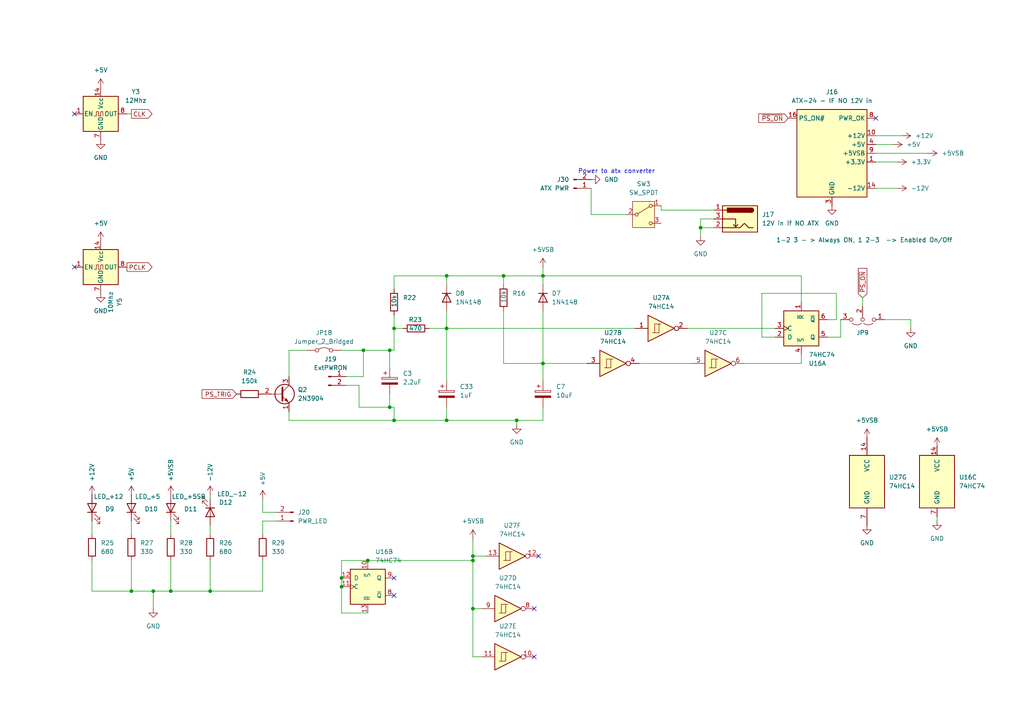
<source format=kicad_sch>
(kicad_sch (version 20250114) (generator "eeschema") (generator_version "9.0")
  (paper "A4")
  (lib_symbols
    (symbol "74xx:74HC14" (pin_names (offset 1.016))
      (property "Reference" "U" (at 0 1.27 0))
      (property "Value" "74HC14" (at 0 -1.27 0))
      (symbol "74HC14_1_0"
        (polyline (pts (xy -3.81 3.81) (xy -3.81 -3.81) (xy 3.81 0) (xy -3.81 3.81)) (stroke (width 0.254)) (fill (type background)))
        (pin input line (at -7.62 0 0) (length 3.81) (name "~") (number "1"))
        (pin output inverted (at 7.62 0 180) (length 3.81) (name "~") (number "2"))
      )
      (symbol "74HC14_1_1"
        (polyline (pts (xy -2.54 -1.27) (xy -0.635 -1.27) (xy -0.635 1.27) (xy 0 1.27)))
        (polyline (pts (xy -1.905 -1.27) (xy -1.905 1.27) (xy -0.635 1.27)))
      )
      (symbol "74HC14_2_0"
        (polyline (pts (xy -3.81 3.81) (xy -3.81 -3.81) (xy 3.81 0) (xy -3.81 3.81)) (stroke (width 0.254)) (fill (type background)))
        (pin input line (at -7.62 0 0) (length 3.81) (name "~") (number "3"))
        (pin output inverted (at 7.62 0 180) (length 3.81) (name "~") (number "4"))
      )
      (symbol "74HC14_2_1"
        (polyline (pts (xy -2.54 -1.27) (xy -0.635 -1.27) (xy -0.635 1.27) (xy 0 1.27)))
        (polyline (pts (xy -1.905 -1.27) (xy -1.905 1.27) (xy -0.635 1.27)))
      )
      (symbol "74HC14_3_0"
        (polyline (pts (xy -3.81 3.81) (xy -3.81 -3.81) (xy 3.81 0) (xy -3.81 3.81)) (stroke (width 0.254)) (fill (type background)))
        (pin input line (at -7.62 0 0) (length 3.81) (name "~") (number "5"))
        (pin output inverted (at 7.62 0 180) (length 3.81) (name "~") (number "6"))
      )
      (symbol "74HC14_3_1"
        (polyline (pts (xy -2.54 -1.27) (xy -0.635 -1.27) (xy -0.635 1.27) (xy 0 1.27)))
        (polyline (pts (xy -1.905 -1.27) (xy -1.905 1.27) (xy -0.635 1.27)))
      )
      (symbol "74HC14_4_0"
        (polyline (pts (xy -3.81 3.81) (xy -3.81 -3.81) (xy 3.81 0) (xy -3.81 3.81)) (stroke (width 0.254)) (fill (type background)))
        (pin input line (at -7.62 0 0) (length 3.81) (name "~") (number "9"))
        (pin output inverted (at 7.62 0 180) (length 3.81) (name "~") (number "8"))
      )
      (symbol "74HC14_4_1"
        (polyline (pts (xy -2.54 -1.27) (xy -0.635 -1.27) (xy -0.635 1.27) (xy 0 1.27)))
        (polyline (pts (xy -1.905 -1.27) (xy -1.905 1.27) (xy -0.635 1.27)))
      )
      (symbol "74HC14_5_0"
        (polyline (pts (xy -3.81 3.81) (xy -3.81 -3.81) (xy 3.81 0) (xy -3.81 3.81)) (stroke (width 0.254)) (fill (type background)))
        (pin input line (at -7.62 0 0) (length 3.81) (name "~") (number "11"))
        (pin output inverted (at 7.62 0 180) (length 3.81) (name "~") (number "10"))
      )
      (symbol "74HC14_5_1"
        (polyline (pts (xy -2.54 -1.27) (xy -0.635 -1.27) (xy -0.635 1.27) (xy 0 1.27)))
        (polyline (pts (xy -1.905 -1.27) (xy -1.905 1.27) (xy -0.635 1.27)))
      )
      (symbol "74HC14_6_0"
        (polyline (pts (xy -3.81 3.81) (xy -3.81 -3.81) (xy 3.81 0) (xy -3.81 3.81)) (stroke (width 0.254)) (fill (type background)))
        (pin input line (at -7.62 0 0) (length 3.81) (name "~") (number "13"))
        (pin output inverted (at 7.62 0 180) (length 3.81) (name "~") (number "12"))
      )
      (symbol "74HC14_6_1"
        (polyline (pts (xy -2.54 -1.27) (xy -0.635 -1.27) (xy -0.635 1.27) (xy 0 1.27)))
        (polyline (pts (xy -1.905 -1.27) (xy -1.905 1.27) (xy -0.635 1.27)))
      )
      (symbol "74HC14_7_0"
        (pin power_in line (at 0 12.7 270) (length 5.08) (name "VCC") (number "14"))
        (pin power_in line (at 0 -12.7 90) (length 5.08) (name "GND") (number "7"))
      )
      (symbol "74HC14_7_1"
        (rectangle (start -5.08 7.62) (end 5.08 -7.62) (stroke (width 0.254)) (fill (type background)))
      )
    )
    (symbol "74xx:74HC74" (pin_names (offset 1.016))
      (property "Reference" "U" (at -7.62 8.89 0))
      (property "Value" "74HC74" (at -7.62 -8.89 0))
      (symbol "74HC74_1_0"
        (pin input line (at -7.62 2.54 0) (length 2.54) (name "D") (number "2"))
        (pin input clock (at -7.62 0 0) (length 2.54) (name "C") (number "3"))
        (pin input line (at 0 7.62 270) (length 2.54) (name "~{S}") (number "4"))
        (pin input line (at 0 -7.62 90) (length 2.54) (name "~{R}") (number "1"))
        (pin output line (at 7.62 2.54 180) (length 2.54) (name "Q") (number "5"))
        (pin output line (at 7.62 -2.54 180) (length 2.54) (name "~{Q}") (number "6"))
      )
      (symbol "74HC74_1_1"
        (rectangle (start -5.08 5.08) (end 5.08 -5.08) (stroke (width 0.254)) (fill (type background)))
      )
      (symbol "74HC74_2_0"
        (pin input line (at -7.62 2.54 0) (length 2.54) (name "D") (number "12"))
        (pin input clock (at -7.62 0 0) (length 2.54) (name "C") (number "11"))
        (pin input line (at 0 7.62 270) (length 2.54) (name "~{S}") (number "10"))
        (pin input line (at 0 -7.62 90) (length 2.54) (name "~{R}") (number "13"))
        (pin output line (at 7.62 2.54 180) (length 2.54) (name "Q") (number "9"))
        (pin output line (at 7.62 -2.54 180) (length 2.54) (name "~{Q}") (number "8"))
      )
      (symbol "74HC74_2_1"
        (rectangle (start -5.08 5.08) (end 5.08 -5.08) (stroke (width 0.254)) (fill (type background)))
      )
      (symbol "74HC74_3_0"
        (pin power_in line (at 0 10.16 270) (length 2.54) (name "VCC") (number "14"))
        (pin power_in line (at 0 -10.16 90) (length 2.54) (name "GND") (number "7"))
      )
      (symbol "74HC74_3_1"
        (rectangle (start -5.08 7.62) (end 5.08 -7.62) (stroke (width 0.254)) (fill (type background)))
      )
    )
    (symbol "Connector:ATX-24"
      (property "Reference" "J" (at -8.89 13.97 0))
      (property "Value" "ATX-24" (at 6.35 13.97 0))
      (symbol "ATX-24_0_1"
        (rectangle (start -10.16 12.7) (end 10.16 -12.7) (stroke (width 0.254)) (fill (type background)))
      )
      (symbol "ATX-24_1_1"
        (pin open_collector line (at -12.7 10.16 0) (length 2.54) (name "PS_ON#") (number "16"))
        (pin no_connect line (at -10.16 0 0) (length 2.54) (hide yes) (name "NC") (number "20"))
        (pin passive line (at 0 -15.24 90) (length 2.54) (hide yes) (name "GND") (number "15"))
        (pin passive line (at 0 -15.24 90) (length 2.54) (hide yes) (name "GND") (number "17"))
        (pin passive line (at 0 -15.24 90) (length 2.54) (hide yes) (name "GND") (number "18"))
        (pin passive line (at 0 -15.24 90) (length 2.54) (hide yes) (name "GND") (number "19"))
        (pin passive line (at 0 -15.24 90) (length 2.54) (hide yes) (name "GND") (number "24"))
        (pin power_out line (at 0 -15.24 90) (length 2.54) (name "GND") (number "3"))
        (pin passive line (at 0 -15.24 90) (length 2.54) (hide yes) (name "GND") (number "5"))
        (pin passive line (at 0 -15.24 90) (length 2.54) (hide yes) (name "GND") (number "7"))
        (pin output line (at 12.7 10.16 180) (length 2.54) (name "PWR_OK") (number "8"))
        (pin power_out line (at 12.7 5.08 180) (length 2.54) (name "+12V") (number "10"))
        (pin passive line (at 12.7 5.08 180) (length 2.54) (hide yes) (name "+12V") (number "11"))
        (pin passive line (at 12.7 2.54 180) (length 2.54) (hide yes) (name "+5V") (number "21"))
        (pin passive line (at 12.7 2.54 180) (length 2.54) (hide yes) (name "+5V") (number "22"))
        (pin passive line (at 12.7 2.54 180) (length 2.54) (hide yes) (name "+5V") (number "23"))
        (pin power_out line (at 12.7 2.54 180) (length 2.54) (name "+5V") (number "4"))
        (pin passive line (at 12.7 2.54 180) (length 2.54) (hide yes) (name "+5V") (number "6"))
        (pin power_out line (at 12.7 0 180) (length 2.54) (name "+5VSB") (number "9"))
        (pin power_out line (at 12.7 -2.54 180) (length 2.54) (name "+3.3V") (number "1"))
        (pin passive line (at 12.7 -2.54 180) (length 2.54) (hide yes) (name "+3.3V") (number "12"))
        (pin passive line (at 12.7 -2.54 180) (length 2.54) (hide yes) (name "+3.3V") (number "13"))
        (pin passive line (at 12.7 -2.54 180) (length 2.54) (hide yes) (name "+3.3V") (number "2"))
        (pin power_out line (at 12.7 -10.16 180) (length 2.54) (name "-12V") (number "14"))
      )
    )
    (symbol "Connector:Barrel_Jack_Switch" (pin_names (hide yes))
      (property "Reference" "J" (at 0 5.334 0))
      (property "Value" "Barrel_Jack_Switch" (at 0 -5.08 0))
      (symbol "Barrel_Jack_Switch_0_1"
        (rectangle (start -5.08 3.81) (end 5.08 -3.81) (stroke (width 0.254)) (fill (type background)))
        (polyline (pts (xy -3.81 -2.54) (xy -2.54 -2.54) (xy -1.27 -1.27) (xy 0 -2.54) (xy 2.54 -2.54) (xy 5.08 -2.54)) (stroke (width 0.254)))
        (arc (start -3.302 1.905) (mid -3.9343 2.54) (end -3.302 3.175) (stroke (width 0.254)))
        (arc (start -3.302 1.905) (mid -3.9343 2.54) (end -3.302 3.175) (stroke (width 0.254)) (fill (type outline)))
        (polyline (pts (xy 1.27 -2.286) (xy 1.905 -1.651)) (stroke (width 0.254)))
        (rectangle (start 3.683 3.175) (end -3.302 1.905) (stroke (width 0.254)) (fill (type outline)))
        (polyline (pts (xy 5.08 2.54) (xy 3.81 2.54)) (stroke (width 0.254)))
        (polyline (pts (xy 5.08 0) (xy 1.27 0) (xy 1.27 -2.286) (xy 0.635 -1.651)) (stroke (width 0.254)))
      )
      (symbol "Barrel_Jack_Switch_1_1"
        (pin passive line (at 7.62 2.54 180) (length 2.54) (name "~") (number "1"))
        (pin passive line (at 7.62 0 180) (length 2.54) (name "~") (number "3"))
        (pin passive line (at 7.62 -2.54 180) (length 2.54) (name "~") (number "2"))
      )
    )
    (symbol "Connector:Conn_01x02_Pin" (pin_names (offset 1.016) (hide yes))
      (property "Reference" "J" (at 0 2.54 0))
      (property "Value" "Conn_01x02_Pin" (at 0 -5.08 0))
      (symbol "Conn_01x02_Pin_1_1"
        (rectangle (start 0.8636 0.127) (end 0 -0.127) (stroke (width 0.1524)) (fill (type outline)))
        (rectangle (start 0.8636 -2.413) (end 0 -2.667) (stroke (width 0.1524)) (fill (type outline)))
        (polyline (pts (xy 1.27 0) (xy 0.8636 0)) (stroke (width 0.1524)))
        (polyline (pts (xy 1.27 -2.54) (xy 0.8636 -2.54)) (stroke (width 0.1524)))
        (pin passive line (at 5.08 0 180) (length 3.81) (name "Pin_1") (number "1"))
        (pin passive line (at 5.08 -2.54 180) (length 3.81) (name "Pin_2") (number "2"))
      )
    )
    (symbol "Device:C_Polarized" (pin_numbers (hide yes)) (pin_names (offset 0.254))
      (property "Reference" "C" (at 0.635 2.54 0))
      (property "Value" "C_Polarized" (at 0.635 -2.54 0))
      (symbol "C_Polarized_0_1"
        (rectangle (start -2.286 0.508) (end 2.286 1.016))
        (polyline (pts (xy -1.778 2.286) (xy -0.762 2.286)))
        (polyline (pts (xy -1.27 2.794) (xy -1.27 1.778)))
        (rectangle (start 2.286 -0.508) (end -2.286 -1.016) (fill (type outline)))
      )
      (symbol "C_Polarized_1_1"
        (pin passive line (at 0 3.81 270) (length 2.794) (name "~") (number "1"))
        (pin passive line (at 0 -3.81 90) (length 2.794) (name "~") (number "2"))
      )
    )
    (symbol "Device:LED" (pin_numbers (hide yes)) (pin_names (offset 1.016) (hide yes))
      (property "Reference" "D" (at 0 2.54 0))
      (property "Value" "LED" (at 0 -2.54 0))
      (symbol "LED_0_1"
        (polyline (pts (xy -3.048 -0.762) (xy -4.572 -2.286) (xy -3.81 -2.286) (xy -4.572 -2.286) (xy -4.572 -1.524)))
        (polyline (pts (xy -1.778 -0.762) (xy -3.302 -2.286) (xy -2.54 -2.286) (xy -3.302 -2.286) (xy -3.302 -1.524)))
        (polyline (pts (xy -1.27 0) (xy 1.27 0)))
        (polyline (pts (xy -1.27 -1.27) (xy -1.27 1.27)) (stroke (width 0.254)))
        (polyline (pts (xy 1.27 -1.27) (xy 1.27 1.27) (xy -1.27 0) (xy 1.27 -1.27)) (stroke (width 0.254)))
      )
      (symbol "LED_1_1"
        (pin passive line (at -3.81 0 0) (length 2.54) (name "K") (number "1"))
        (pin passive line (at 3.81 0 180) (length 2.54) (name "A") (number "2"))
      )
    )
    (symbol "Device:R" (pin_numbers (hide yes)) (pin_names (offset 0))
      (property "Reference" "R" (at 2.032 0 90))
      (property "Value" "R" (at 0 0 90))
      (symbol "R_0_1"
        (rectangle (start -1.016 -2.54) (end 1.016 2.54) (stroke (width 0.254)))
      )
      (symbol "R_1_1"
        (pin passive line (at 0 3.81 270) (length 1.27) (name "~") (number "1"))
        (pin passive line (at 0 -3.81 90) (length 1.27) (name "~") (number "2"))
      )
    )
    (symbol "Diode:1N4148" (pin_numbers (hide yes)) (pin_names (hide yes))
      (property "Reference" "D" (at 0 2.54 0))
      (property "Value" "1N4148" (at 0 -2.54 0))
      (symbol "1N4148_0_1"
        (polyline (pts (xy -1.27 1.27) (xy -1.27 -1.27)) (stroke (width 0.254)))
        (polyline (pts (xy 1.27 1.27) (xy 1.27 -1.27) (xy -1.27 0) (xy 1.27 1.27)) (stroke (width 0.254)))
        (polyline (pts (xy 1.27 0) (xy -1.27 0)))
      )
      (symbol "1N4148_1_1"
        (pin passive line (at -3.81 0 0) (length 2.54) (name "K") (number "1"))
        (pin passive line (at 3.81 0 180) (length 2.54) (name "A") (number "2"))
      )
    )
    (symbol "Jumper:Jumper_2_Bridged" (pin_numbers (hide yes)) (pin_names (offset 0) (hide yes))
      (property "Reference" "JP" (at 0 1.905 0))
      (property "Value" "Jumper_2_Bridged" (at 0 -2.54 0))
      (symbol "Jumper_2_Bridged_0_0"
        (circle (center -2.032 0) (radius 0.508))
        (circle (center 2.032 0) (radius 0.508))
      )
      (symbol "Jumper_2_Bridged_0_1"
        (arc (start -1.524 0.254) (mid 0 0.762) (end 1.524 0.254))
      )
      (symbol "Jumper_2_Bridged_1_1"
        (pin passive line (at -5.08 0 0) (length 2.54) (name "A") (number "1"))
        (pin passive line (at 5.08 0 180) (length 2.54) (name "B") (number "2"))
      )
    )
    (symbol "Jumper:Jumper_3_Open" (pin_names (offset 0) (hide yes)) (in_bom no)
      (property "Reference" "JP" (at -2.54 -2.54 0))
      (property "Value" "Jumper_3_Open" (at 0 2.794 0))
      (symbol "Jumper_3_Open_0_0"
        (circle (center -3.302 0) (radius 0.508))
        (circle (center 0 0) (radius 0.508))
        (circle (center 3.302 0) (radius 0.508))
      )
      (symbol "Jumper_3_Open_0_1"
        (arc (start -3.048 1.016) (mid -1.651 1.4992) (end -0.254 1.016))
        (polyline (pts (xy 0 -0.508) (xy 0 -1.27)))
        (arc (start 0.254 1.016) (mid 1.651 1.4992) (end 3.048 1.016))
      )
      (symbol "Jumper_3_Open_1_1"
        (pin passive line (at -6.35 0 0) (length 2.54) (name "A") (number "1"))
        (pin passive line (at 0 -3.81 90) (length 2.54) (name "C") (number "2"))
        (pin passive line (at 6.35 0 180) (length 2.54) (name "B") (number "3"))
      )
    )
    (symbol "Oscillator:CXO_DIP14" (pin_names (offset 0.254))
      (property "Reference" "Y" (at -5.08 6.35 0))
      (property "Value" "CXO_DIP14" (at 1.27 -6.35 0))
      (symbol "CXO_DIP14_0_1"
        (rectangle (start -5.08 5.08) (end 5.08 -5.08) (stroke (width 0.254)) (fill (type background)))
        (polyline (pts (xy -1.905 -0.635) (xy -1.27 -0.635) (xy -1.27 0.635) (xy -0.635 0.635) (xy -0.635 -0.635) (xy 0 -0.635) (xy 0 0.635) (xy 0.635 0.635) (xy 0.635 -0.635)))
      )
      (symbol "CXO_DIP14_1_1"
        (pin input line (at -7.62 0 0) (length 2.54) (name "EN") (number "1"))
        (pin power_in line (at 0 7.62 270) (length 2.54) (name "Vcc") (number "14"))
        (pin power_in line (at 0 -7.62 90) (length 2.54) (name "GND") (number "7"))
        (pin output line (at 7.62 0 180) (length 2.54) (name "OUT") (number "8"))
      )
    )
    (symbol "Switch:SW_SPDT" (pin_names (offset 0) (hide yes))
      (property "Reference" "SW" (at 0 5.08 0))
      (property "Value" "SW_SPDT" (at 0 -5.08 0))
      (symbol "SW_SPDT_0_1"
        (circle (center -2.032 0) (radius 0.4572))
        (polyline (pts (xy -1.651 0.254) (xy 1.651 2.286)))
        (circle (center 2.032 2.54) (radius 0.4572))
        (circle (center 2.032 -2.54) (radius 0.4572))
      )
      (symbol "SW_SPDT_1_1"
        (rectangle (start -3.175 3.81) (end 3.175 -3.81) (fill (type background)))
        (pin passive line (at -5.08 0 0) (length 2.54) (name "B") (number "2"))
        (pin passive line (at 5.08 2.54 180) (length 2.54) (name "A") (number "1"))
        (pin passive line (at 5.08 -2.54 180) (length 2.54) (name "C") (number "3"))
      )
    )
    (symbol "Transistor_BJT:2N3904" (pin_names (offset 0) (hide yes))
      (property "Reference" "Q" (at 5.08 1.905 0))
      (property "Value" "2N3904" (at 5.08 0 0))
      (symbol "2N3904_0_1"
        (polyline (pts (xy -2.54 0) (xy 0.635 0)))
        (polyline (pts (xy 0.635 1.905) (xy 0.635 -1.905)) (stroke (width 0.508)))
        (circle (center 1.27 0) (radius 2.8194) (stroke (width 0.254)))
      )
      (symbol "2N3904_1_1"
        (polyline (pts (xy 0.635 0.635) (xy 2.54 2.54)))
        (polyline (pts (xy 0.635 -0.635) (xy 2.54 -2.54)))
        (polyline (pts (xy 1.27 -1.778) (xy 1.778 -1.27) (xy 2.286 -2.286) (xy 1.27 -1.778)) (fill (type outline)))
        (pin input line (at -5.08 0 0) (length 2.54) (name "B") (number "2"))
        (pin passive line (at 2.54 5.08 270) (length 2.54) (name "C") (number "3"))
        (pin passive line (at 2.54 -5.08 90) (length 2.54) (name "E") (number "1"))
      )
    )
    (symbol "power:+12V" (power) (pin_numbers (hide yes)) (pin_names (offset 0) (hide yes))
      (property "Value" "+12V" (at 0 3.556 0))
      (symbol "+12V_0_1"
        (polyline (pts (xy -0.762 1.27) (xy 0 2.54)))
        (polyline (pts (xy 0 2.54) (xy 0.762 1.27)))
        (polyline (pts (xy 0 0) (xy 0 2.54)))
      )
      (symbol "+12V_1_1"
        (pin power_in line (at 0 0 90) (length 0) (name "~") (number "1"))
      )
    )
    (symbol "power:+3.3V" (power) (pin_numbers (hide yes)) (pin_names (offset 0) (hide yes))
      (property "Value" "+3.3V" (at 0 3.556 0))
      (symbol "+3.3V_0_1"
        (polyline (pts (xy -0.762 1.27) (xy 0 2.54)))
        (polyline (pts (xy 0 2.54) (xy 0.762 1.27)))
        (polyline (pts (xy 0 0) (xy 0 2.54)))
      )
      (symbol "+3.3V_1_1"
        (pin power_in line (at 0 0 90) (length 0) (name "~") (number "1"))
      )
    )
    (symbol "power:+5V" (power) (pin_numbers (hide yes)) (pin_names (offset 0) (hide yes))
      (property "Value" "+5V" (at 0 3.556 0))
      (symbol "+5V_0_1"
        (polyline (pts (xy -0.762 1.27) (xy 0 2.54)))
        (polyline (pts (xy 0 2.54) (xy 0.762 1.27)))
        (polyline (pts (xy 0 0) (xy 0 2.54)))
      )
      (symbol "+5V_1_1"
        (pin power_in line (at 0 0 90) (length 0) (name "~") (number "1"))
      )
    )
    (symbol "power:GND" (power) (pin_numbers (hide yes)) (pin_names (offset 0) (hide yes))
      (property "Value" "GND" (at 0 -3.81 0))
      (symbol "GND_0_1"
        (polyline (pts (xy 0 0) (xy 0 -1.27) (xy 1.27 -1.27) (xy 0 -2.54) (xy -1.27 -1.27) (xy 0 -1.27)))
      )
      (symbol "GND_1_1"
        (pin power_in line (at 0 0 270) (length 0) (name "~") (number "1"))
      )
    )
  )
  (text "Power to atx converter" (at 178.816 49.784 0) (effects (font (size 1.27 1.27))))
  (junction (at 99.06 170.18))
  (junction (at 146.05 80.01))
  (junction (at 129.54 95.25))
  (junction (at 99.06 167.64))
  (junction (at 137.16 176.53))
  (junction (at 60.96 171.45))
  (junction (at 203.2 66.04))
  (junction (at 137.16 162.56))
  (junction (at 137.16 161.29))
  (junction (at 114.3 121.92))
  (junction (at 129.54 121.92))
  (junction (at 113.03 101.6))
  (junction (at 113.03 118.11))
  (junction (at 44.45 171.45))
  (junction (at 106.68 162.56))
  (junction (at 129.54 80.01))
  (junction (at 157.48 80.01))
  (junction (at 114.3 95.25))
  (junction (at 49.53 171.45))
  (junction (at 157.48 105.41))
  (junction (at 38.1 171.45))
  (junction (at 149.86 121.92))
  (junction (at 105.41 101.6))
  (no_connect (at 154.94 190.5))
  (no_connect (at 114.3 167.64))
  (no_connect (at 254 34.29))
  (no_connect (at 114.3 172.72))
  (no_connect (at 21.59 77.47))
  (no_connect (at 156.21 161.29))
  (no_connect (at 154.94 176.53))
  (no_connect (at 21.59 33.02))
  (wire (pts (xy 114.3 80.01) (xy 129.54 80.01)))
  (wire (pts (xy 113.03 101.6) (xy 114.3 101.6)))
  (wire (pts (xy 113.03 118.11) (xy 114.3 118.11)))
  (wire (pts (xy 99.06 167.64) (xy 99.06 162.56)))
  (wire (pts (xy 146.05 90.17) (xy 146.05 105.41)))
  (wire (pts (xy 157.48 110.49) (xy 157.48 105.41)))
  (wire (pts (xy 100.33 109.22) (xy 105.41 109.22)))
  (wire (pts (xy 240.03 97.79) (xy 243.84 97.79)))
  (wire (pts (xy 26.67 151.13) (xy 26.67 154.94)))
  (wire (pts (xy 114.3 83.82) (xy 114.3 80.01)))
  (wire (pts (xy 254 44.45) (xy 269.24 44.45)))
  (wire (pts (xy 250.19 86.36) (xy 250.19 88.9)))
  (wire (pts (xy 114.3 95.25) (xy 114.3 101.6)))
  (wire (pts (xy 83.82 101.6) (xy 83.82 109.22)))
  (wire (pts (xy 242.57 85.09) (xy 220.98 85.09)))
  (wire (pts (xy 114.3 91.44) (xy 114.3 95.25)))
  (wire (pts (xy 99.06 177.8) (xy 99.06 170.18)))
  (wire (pts (xy 105.41 101.6) (xy 113.03 101.6)))
  (wire (pts (xy 114.3 118.11) (xy 114.3 121.92)))
  (wire (pts (xy 232.41 80.01) (xy 157.48 80.01)))
  (wire (pts (xy 44.45 171.45) (xy 44.45 176.53)))
  (wire (pts (xy 203.2 68.58) (xy 203.2 66.04)))
  (wire (pts (xy 191.77 60.96) (xy 191.77 59.69)))
  (wire (pts (xy 203.2 66.04) (xy 207.01 66.04)))
  (wire (pts (xy 137.16 176.53) (xy 139.7 176.53)))
  (wire (pts (xy 26.67 162.56) (xy 26.67 171.45)))
  (wire (pts (xy 80.01 151.13) (xy 76.2 151.13)))
  (wire (pts (xy 99.06 170.18) (xy 99.06 167.64)))
  (wire (pts (xy 254 41.91) (xy 259.08 41.91)))
  (wire (pts (xy 60.96 143.51) (xy 60.96 144.78)))
  (wire (pts (xy 76.2 171.45) (xy 60.96 171.45)))
  (wire (pts (xy 104.14 111.76) (xy 104.14 118.11)))
  (wire (pts (xy 113.03 114.3) (xy 113.03 118.11)))
  (wire (pts (xy 49.53 151.13) (xy 49.53 154.94)))
  (wire (pts (xy 203.2 63.5) (xy 203.2 66.04)))
  (wire (pts (xy 105.41 109.22) (xy 105.41 101.6)))
  (wire (pts (xy 157.48 121.92) (xy 149.86 121.92)))
  (wire (pts (xy 104.14 118.11) (xy 113.03 118.11)))
  (wire (pts (xy 256.54 92.71) (xy 264.16 92.71)))
  (wire (pts (xy 100.33 111.76) (xy 104.14 111.76)))
  (wire (pts (xy 149.86 121.92) (xy 149.86 123.19)))
  (wire (pts (xy 171.45 54.61) (xy 171.45 62.23)))
  (wire (pts (xy 36.83 33.02) (xy 38.1 33.02)))
  (wire (pts (xy 60.96 152.4) (xy 60.96 154.94)))
  (wire (pts (xy 129.54 95.25) (xy 129.54 110.49)))
  (wire (pts (xy 232.41 105.41) (xy 232.41 102.87)))
  (wire (pts (xy 137.16 156.21) (xy 137.16 161.29)))
  (wire (pts (xy 83.82 119.38) (xy 83.82 121.92)))
  (wire (pts (xy 76.2 148.59) (xy 80.01 148.59)))
  (wire (pts (xy 38.1 162.56) (xy 38.1 171.45)))
  (wire (pts (xy 146.05 80.01) (xy 157.48 80.01)))
  (wire (pts (xy 254 54.61) (xy 260.35 54.61)))
  (wire (pts (xy 60.96 162.56) (xy 60.96 171.45)))
  (wire (pts (xy 129.54 82.55) (xy 129.54 80.01)))
  (wire (pts (xy 129.54 80.01) (xy 146.05 80.01)))
  (wire (pts (xy 137.16 161.29) (xy 140.97 161.29)))
  (wire (pts (xy 129.54 95.25) (xy 184.15 95.25)))
  (wire (pts (xy 181.61 62.23) (xy 171.45 62.23)))
  (wire (pts (xy 254 46.99) (xy 260.35 46.99)))
  (wire (pts (xy 271.78 149.86) (xy 271.78 151.13)))
  (wire (pts (xy 220.98 85.09) (xy 220.98 97.79)))
  (wire (pts (xy 264.16 92.71) (xy 264.16 95.25)))
  (wire (pts (xy 149.86 121.92) (xy 129.54 121.92)))
  (wire (pts (xy 83.82 121.92) (xy 114.3 121.92)))
  (wire (pts (xy 76.2 162.56) (xy 76.2 171.45)))
  (wire (pts (xy 113.03 101.6) (xy 113.03 106.68)))
  (wire (pts (xy 157.48 77.47) (xy 157.48 80.01)))
  (wire (pts (xy 49.53 162.56) (xy 49.53 171.45)))
  (wire (pts (xy 157.48 80.01) (xy 157.48 82.55)))
  (wire (pts (xy 38.1 171.45) (xy 44.45 171.45)))
  (wire (pts (xy 26.67 171.45) (xy 38.1 171.45)))
  (wire (pts (xy 137.16 162.56) (xy 137.16 176.53)))
  (wire (pts (xy 99.06 162.56) (xy 106.68 162.56)))
  (wire (pts (xy 76.2 144.78) (xy 76.2 148.59)))
  (wire (pts (xy 207.01 63.5) (xy 203.2 63.5)))
  (wire (pts (xy 243.84 97.79) (xy 243.84 92.71)))
  (wire (pts (xy 137.16 176.53) (xy 137.16 190.5)))
  (wire (pts (xy 146.05 82.55) (xy 146.05 80.01)))
  (wire (pts (xy 83.82 101.6) (xy 88.9 101.6)))
  (wire (pts (xy 220.98 97.79) (xy 224.79 97.79)))
  (wire (pts (xy 232.41 87.63) (xy 232.41 80.01)))
  (wire (pts (xy 242.57 92.71) (xy 242.57 85.09)))
  (wire (pts (xy 114.3 121.92) (xy 129.54 121.92)))
  (wire (pts (xy 199.39 95.25) (xy 224.79 95.25)))
  (wire (pts (xy 157.48 105.41) (xy 170.18 105.41)))
  (wire (pts (xy 106.68 177.8) (xy 99.06 177.8)))
  (wire (pts (xy 129.54 90.17) (xy 129.54 95.25)))
  (wire (pts (xy 76.2 151.13) (xy 76.2 154.94)))
  (wire (pts (xy 137.16 190.5) (xy 139.7 190.5)))
  (wire (pts (xy 60.96 171.45) (xy 49.53 171.45)))
  (wire (pts (xy 146.05 105.41) (xy 157.48 105.41)))
  (wire (pts (xy 207.01 60.96) (xy 191.77 60.96)))
  (wire (pts (xy 157.48 90.17) (xy 157.48 105.41)))
  (wire (pts (xy 240.03 92.71) (xy 242.57 92.71)))
  (wire (pts (xy 157.48 118.11) (xy 157.48 121.92)))
  (wire (pts (xy 114.3 95.25) (xy 116.84 95.25)))
  (wire (pts (xy 129.54 121.92) (xy 129.54 118.11)))
  (wire (pts (xy 106.68 162.56) (xy 137.16 162.56)))
  (wire (pts (xy 38.1 151.13) (xy 38.1 154.94)))
  (wire (pts (xy 261.62 39.37) (xy 254 39.37)))
  (wire (pts (xy 49.53 171.45) (xy 44.45 171.45)))
  (wire (pts (xy 99.06 101.6) (xy 105.41 101.6)))
  (wire (pts (xy 215.9 105.41) (xy 232.41 105.41)))
  (wire (pts (xy 124.46 95.25) (xy 129.54 95.25)))
  (wire (pts (xy 185.42 105.41) (xy 200.66 105.41)))
  (wire (pts (xy 137.16 161.29) (xy 137.16 162.56)))
  (global_label "CLK" (shape output) (at 38.1 33.02 0) (property "Intersheetrefs" "${INTERSHEET_REFS}" (effects (hide yes))))
  (global_label "~{PS_ON}" (shape input) (at 228.6 34.29 180) (property "Intersheetrefs" "${INTERSHEET_REFS}" (effects (hide yes))))
  (global_label "PS_TRIG" (shape input) (at 68.58 114.3 180) (property "Intersheetrefs" "${INTERSHEET_REFS}" (effects (hide yes))))
  (global_label "~{PS_ON}" (shape input) (at 250.19 86.36 90) (property "Intersheetrefs" "${INTERSHEET_REFS}" (effects (hide yes))))
  (global_label "PCLK" (shape output) (at 36.83 77.47 0) (property "Intersheetrefs" "${INTERSHEET_REFS}" (effects (hide yes))))
  (symbol (lib_id "power:GND") (at 271.78 151.13 0) (unit 1)
    (property "Reference" "#PWR060" (effects (hide yes)))
    (property "Value" "GND" (at 271.78 156.21 0))
    (property "Description" "Power symbol creates a global label with name \"GND\" , ground" (effects (hide yes)))
  )
  (symbol (lib_id "power:+12V") (at 261.62 39.37 270) (unit 1)
    (property "Reference" "#PWR057" (effects (hide yes)))
    (property "Value" "+12V" (at 265.43 39.3699 90) (effects (justify left)))
    (property "Description" "Power symbol creates a global label with name \"+12V\"" (effects (hide yes)))
  )
  (symbol (lib_id "power:+12V") (at 271.78 129.54 0) (unit 1)
    (property "Reference" "#PWR0111" (effects (hide yes)))
    (property "Value" "+5VSB" (at 271.78 124.46 0))
    (property "Description" "Power symbol creates a global label with name \"+12V\"" (effects (hide yes)))
  )
  (symbol (lib_id "power:+12V") (at 259.08 41.91 270) (unit 1)
    (property "Reference" "#PWR058" (effects (hide yes)))
    (property "Value" "+5V" (at 262.89 41.9099 90) (effects (justify left)))
    (property "Description" "Power symbol creates a global label with name \"+12V\"" (effects (hide yes)))
  )
  (symbol (lib_id "74xx:74HC14") (at 148.59 161.29 0) (unit 6)
    (property "Reference" "U27" (at 148.59 152.4 0))
    (property "Value" "74HC14" (at 148.59 154.94 0))
    (property "Footprint" "Package_DIP:DIP-14_W7.62mm_Socket_LongPads" (effects (hide yes)))
    (property "Datasheet" "http://www.ti.com/lit/gpn/sn74HC14" (effects (hide yes)))
    (property "Description" "Hex inverter schmitt trigger" (effects (hide yes)))
  )
  (symbol (lib_id "power:+3.3V") (at 260.35 46.99 270) (unit 1)
    (property "Reference" "#PWR059" (effects (hide yes)))
    (property "Value" "+3.3V" (at 264.16 46.9899 90) (effects (justify left)))
    (property "Description" "Power symbol creates a global label with name \"+3.3V\"" (effects (hide yes)))
  )
  (symbol (lib_id "power:GND") (at 203.2 68.58 0) (unit 1)
    (property "Reference" "#PWR069" (effects (hide yes)))
    (property "Value" "GND" (at 203.2 73.66 0))
    (property "Description" "Power symbol creates a global label with name \"GND\" , ground" (effects (hide yes)))
  )
  (symbol (lib_id "Switch:SW_SPDT") (at 186.69 62.23 0) (unit 1)
    (property "Reference" "SW3" (at 186.69 53.34 0))
    (property "Value" "SW_SPDT" (at 186.69 55.88 0))
    (property "Footprint" "Button_Switch_THT:SW_Slide_SPDT_Angled_CK_OS102011MA1Q" (effects (hide yes)))
    (property "Description" "Switch, single pole double throw" (effects (hide yes)))
  )
  (symbol (lib_id "Device:R") (at 146.05 86.36 0) (unit 1)
    (property "Reference" "R16" (at 148.59 85.0899 0) (effects (justify left)))
    (property "Value" "10k" (at 146.05 87.884 90) (effects (justify left)))
    (property "Footprint" "Resistor_THT:R_Axial_DIN0207_L6.3mm_D2.5mm_P10.16mm_Horizontal" (effects (hide yes)))
    (property "Description" "Resistor" (effects (hide yes)))
  )
  (symbol (lib_id "Device:R") (at 120.65 95.25 90) (unit 1)
    (property "Reference" "R23" (at 122.428 92.71 90) (effects (justify left)))
    (property "Value" "470" (at 122.428 95.25 90) (effects (justify left)))
    (property "Footprint" "Resistor_THT:R_Axial_DIN0207_L6.3mm_D2.5mm_P10.16mm_Horizontal" (effects (hide yes)))
    (property "Description" "Resistor" (effects (hide yes)))
  )
  (symbol (lib_id "Device:R") (at 26.67 158.75 0) (unit 1)
    (property "Reference" "R25" (at 29.21 157.4799 0) (effects (justify left)))
    (property "Value" "680" (at 29.21 160.0199 0) (effects (justify left)))
    (property "Footprint" "Resistor_THT:R_Axial_DIN0207_L6.3mm_D2.5mm_P10.16mm_Horizontal" (effects (hide yes)))
    (property "Description" "Resistor" (effects (hide yes)))
  )
  (symbol (lib_id "power:GND") (at 251.46 152.4 0) (unit 1)
    (property "Reference" "#PWR0112" (effects (hide yes)))
    (property "Value" "GND" (at 251.46 157.48 0))
    (property "Description" "Power symbol creates a global label with name \"GND\" , ground" (effects (hide yes)))
  )
  (symbol (lib_id "power:+12V") (at 60.96 143.51 0) (unit 1)
    (property "Reference" "#PWR0117" (effects (hide yes)))
    (property "Value" "-12V" (at 60.9599 139.7 90) (effects (justify left)))
    (property "Description" "Power symbol creates a global label with name \"+12V\"" (effects (hide yes)))
  )
  (symbol (lib_id "74xx:74HC14") (at 208.28 105.41 0) (unit 3)
    (property "Reference" "U27" (at 208.28 96.52 0))
    (property "Value" "74HC14" (at 208.28 99.06 0))
    (property "Footprint" "Package_DIP:DIP-14_W7.62mm_Socket_LongPads" (effects (hide yes)))
    (property "Datasheet" "http://www.ti.com/lit/gpn/sn74HC14" (effects (hide yes)))
    (property "Description" "Hex inverter schmitt trigger" (effects (hide yes)))
  )
  (symbol (lib_id "Device:R") (at 72.39 114.3 90) (unit 1)
    (property "Reference" "R24" (at 72.39 107.95 90))
    (property "Value" "150k" (at 72.39 110.49 90))
    (property "Footprint" "Resistor_THT:R_Axial_DIN0207_L6.3mm_D2.5mm_P10.16mm_Horizontal" (effects (hide yes)))
    (property "Description" "Resistor" (effects (hide yes)))
  )
  (symbol (lib_id "Device:LED") (at 60.96 148.59 270) (unit 1)
    (property "Reference" "D12" (at 63.5 145.7324 90) (effects (justify left)))
    (property "Value" "LED_-12" (at 62.992 143.256 90) (effects (justify left)))
    (property "Footprint" "LED_THT:LED_D4.0mm" (effects (hide yes)))
    (property "Description" "Light emitting diode" (effects (hide yes)))
    (property "Sim.Pins" "1=K 2=A" (effects (hide yes)))
  )
  (symbol (lib_id "74xx:74HC74") (at 106.68 170.18 0) (unit 2)
    (property "Reference" "U16" (at 108.8233 160.02 0) (effects (justify left)))
    (property "Value" "74HC74" (at 108.8233 162.56 0) (effects (justify left)))
    (property "Footprint" "Package_DIP:DIP-14_W7.62mm_Socket_LongPads" (effects (hide yes)))
    (property "Datasheet" "74xx/74hc_hct74.pdf" (effects (hide yes)))
    (property "Description" "Dual D Flip-flop, Set & Reset" (effects (hide yes)))
  )
  (symbol (lib_id "74xx:74HC74") (at 271.78 139.7 0) (unit 3)
    (property "Reference" "U16" (at 278.13 138.4299 0) (effects (justify left)))
    (property "Value" "74HC74" (at 278.13 140.9699 0) (effects (justify left)))
    (property "Footprint" "Package_DIP:DIP-14_W7.62mm_Socket_LongPads" (effects (hide yes)))
    (property "Datasheet" "74xx/74hc_hct74.pdf" (effects (hide yes)))
    (property "Description" "Dual D Flip-flop, Set & Reset" (effects (hide yes)))
  )
  (symbol (lib_id "Connector:Conn_01x02_Pin") (at 166.37 54.61 0) (mirror x) (unit 1)
    (property "Reference" "J30" (at 165.1 52.0699 0) (effects (justify right)))
    (property "Value" "ATX PWR" (at 165.1 54.6099 0) (effects (justify right)))
    (property "Footprint" "Connector_PinHeader_2.54mm:PinHeader_1x02_P2.54mm_Vertical" (effects (hide yes)))
    (property "Description" "Generic connector, single row, 01x02, script generated" (effects (hide yes)))
  )
  (symbol (lib_id "power:GND") (at 149.86 123.19 0) (unit 1)
    (property "Reference" "#PWR062" (effects (hide yes)))
    (property "Value" "GND" (at 149.86 128.27 0))
    (property "Description" "Power symbol creates a global label with name \"GND\" , ground" (effects (hide yes)))
  )
  (symbol (lib_id "power:+12V") (at 157.48 77.47 0) (unit 1)
    (property "Reference" "#PWR061" (effects (hide yes)))
    (property "Value" "+5VSB" (at 157.48 72.39 0))
    (property "Description" "Power symbol creates a global label with name \"+12V\"" (effects (hide yes)))
  )
  (symbol (lib_id "Device:R") (at 114.3 87.63 0) (unit 1)
    (property "Reference" "R22" (at 116.84 86.3599 0) (effects (justify left)))
    (property "Value" "10k" (at 114.3 89.154 90) (effects (justify left)))
    (property "Footprint" "Resistor_THT:R_Axial_DIN0207_L6.3mm_D2.5mm_P10.16mm_Horizontal" (effects (hide yes)))
    (property "Description" "Resistor" (effects (hide yes)))
  )
  (symbol (lib_id "74xx:74HC74") (at 232.41 95.25 0) (mirror x) (unit 1)
    (property "Reference" "U16" (at 234.5533 105.41 0) (effects (justify left)))
    (property "Value" "74HC74" (at 234.5533 102.87 0) (effects (justify left)))
    (property "Footprint" "Package_DIP:DIP-14_W7.62mm_Socket_LongPads" (effects (hide yes)))
    (property "Datasheet" "74xx/74hc_hct74.pdf" (effects (hide yes)))
    (property "Description" "Dual D Flip-flop, Set & Reset" (effects (hide yes)))
  )
  (symbol (lib_id "Device:LED") (at 26.67 147.32 90) (unit 1)
    (property "Reference" "D9" (at 30.48 147.6374 90) (effects (justify right)))
    (property "Value" "LED_+12" (at 27.178 144.018 90) (effects (justify right)))
    (property "Footprint" "LED_THT:LED_D4.0mm" (effects (hide yes)))
    (property "Description" "Light emitting diode" (effects (hide yes)))
    (property "Sim.Pins" "1=K 2=A" (effects (hide yes)))
  )
  (symbol (lib_id "power:GND") (at 171.45 52.07 90) (unit 1)
    (property "Reference" "#PWR048" (effects (hide yes)))
    (property "Value" "GND" (at 175.26 52.0699 90) (effects (justify right)))
    (property "Description" "Power symbol creates a global label with name \"GND\" , ground" (effects (hide yes)))
  )
  (symbol (lib_id "power:GND") (at 44.45 176.53 0) (unit 1)
    (property "Reference" "#PWR0120" (effects (hide yes)))
    (property "Value" "GND" (at 44.45 181.61 0))
    (property "Description" "Power symbol creates a global label with name \"GND\" , ground" (effects (hide yes)))
  )
  (symbol (lib_id "power:GND") (at 264.16 95.25 0) (unit 1)
    (property "Reference" "#PWR063" (effects (hide yes)))
    (property "Value" "GND" (at 264.16 100.33 0))
    (property "Description" "Power symbol creates a global label with name \"GND\" , ground" (effects (hide yes)))
  )
  (symbol (lib_id "74xx:74HC14") (at 251.46 139.7 0) (unit 7)
    (property "Reference" "U27" (at 257.81 138.4299 0) (effects (justify left)))
    (property "Value" "74HC14" (at 257.81 140.9699 0) (effects (justify left)))
    (property "Footprint" "Package_DIP:DIP-14_W7.62mm_Socket_LongPads" (effects (hide yes)))
    (property "Datasheet" "http://www.ti.com/lit/gpn/sn74HC14" (effects (hide yes)))
    (property "Description" "Hex inverter schmitt trigger" (effects (hide yes)))
  )
  (symbol (lib_id "power:GND") (at 241.3 59.69 0) (unit 1)
    (property "Reference" "#PWR056" (effects (hide yes)))
    (property "Value" "GND" (at 241.3 64.77 0))
    (property "Description" "Power symbol creates a global label with name \"GND\" , ground" (effects (hide yes)))
  )
  (symbol (lib_id "power:GND") (at 29.21 85.09 0) (unit 1)
    (property "Reference" "#PWR098" (effects (hide yes)))
    (property "Value" "GND" (at 29.21 90.17 0))
    (property "Description" "Power symbol creates a global label with name \"GND\" , ground" (effects (hide yes)))
  )
  (symbol (lib_id "power:+12V") (at 49.53 143.51 0) (unit 1)
    (property "Reference" "#PWR0119" (effects (hide yes)))
    (property "Value" "+5VSB" (at 49.5299 139.7 90) (effects (justify left)))
    (property "Description" "Power symbol creates a global label with name \"+12V\"" (effects (hide yes)))
  )
  (symbol (lib_id "Device:LED") (at 49.53 147.32 90) (unit 1)
    (property "Reference" "D11" (at 53.34 147.6374 90) (effects (justify right)))
    (property "Value" "LED_+5SB" (at 49.784 144.018 90) (effects (justify right)))
    (property "Footprint" "LED_THT:LED_D4.0mm" (effects (hide yes)))
    (property "Description" "Light emitting diode" (effects (hide yes)))
    (property "Sim.Pins" "1=K 2=A" (effects (hide yes)))
  )
  (symbol (lib_id "power:+12V") (at 26.67 143.51 0) (unit 1)
    (property "Reference" "#PWR0118" (effects (hide yes)))
    (property "Value" "+12V" (at 26.6699 139.7 90) (effects (justify left)))
    (property "Description" "Power symbol creates a global label with name \"+12V\"" (effects (hide yes)))
  )
  (symbol (lib_id "Device:LED") (at 38.1 147.32 90) (unit 1)
    (property "Reference" "D10" (at 41.91 147.6374 90) (effects (justify right)))
    (property "Value" "LED_+5" (at 39.116 144.018 90) (effects (justify right)))
    (property "Footprint" "LED_THT:LED_D4.0mm" (effects (hide yes)))
    (property "Description" "Light emitting diode" (effects (hide yes)))
    (property "Sim.Pins" "1=K 2=A" (effects (hide yes)))
  )
  (symbol (lib_id "Device:C_Polarized") (at 157.48 114.3 0) (unit 1)
    (property "Reference" "C7" (at 161.29 112.1409 0) (effects (justify left)))
    (property "Value" "10uF" (at 161.29 114.6809 0) (effects (justify left)))
    (property "Footprint" "Capacitor_THT:CP_Radial_D5.0mm_P2.50mm" (effects (hide yes)))
    (property "Description" "Polarized capacitor" (effects (hide yes)))
  )
  (symbol (lib_id "Connector:ATX-24") (at 241.3 44.45 0) (unit 1)
    (property "Reference" "J16" (at 241.3 26.67 0))
    (property "Value" "ATX-24 - IF NO 12V in" (at 241.3 29.21 0))
    (property "Footprint" "Connector_Molex:Molex_Mini-Fit_Jr_5566-24A2_2x12_P4.20mm_Vertical" (effects (hide yes)))
    (property "Datasheet" "https://www.intel.com/content/dam/www/public/us/en/documents/guides/power-supply-design-guide-june.pdf#page=33" (effects (hide yes)))
    (property "Description" "ATX Power supply 24pins" (effects (hide yes)))
  )
  (symbol (lib_id "Device:C_Polarized") (at 113.03 110.49 0) (unit 1)
    (property "Reference" "C3" (at 116.84 108.3309 0) (effects (justify left)))
    (property "Value" "2.2uF" (at 116.84 110.8709 0) (effects (justify left)))
    (property "Footprint" "Capacitor_THT:CP_Radial_D5.0mm_P2.50mm" (effects (hide yes)))
    (property "Description" "Polarized capacitor" (effects (hide yes)))
  )
  (symbol (lib_id "Oscillator:CXO_DIP14") (at 29.21 77.47 0) (unit 1)
    (property "Reference" "Y5" (at 34.6554 87.63 90))
    (property "Value" "10Mhz" (at 32.1154 87.63 90))
    (property "Footprint" "Oscillator:Oscillator_DIP-14" (effects (hide yes)))
    (property "Datasheet" "http://cdn-reichelt.de/documents/datenblatt/B400/OSZI.pdf" (effects (hide yes)))
    (property "Description" "Crystal Clock Oscillator, DIP14-style metal package" (effects (hide yes)))
  )
  (symbol (lib_id "Diode:1N4148") (at 129.54 86.36 270) (unit 1)
    (property "Reference" "D8" (at 132.08 85.0899 90) (effects (justify left)))
    (property "Value" "1N4148" (at 132.08 87.6299 90) (effects (justify left)))
    (property "Footprint" "Diode_THT:D_DO-35_SOD27_P7.62mm_Horizontal" (effects (hide yes)))
    (property "Datasheet" "https://assets.nexperia.com/documents/data-sheet/1N4148_1N4448.pdf" (effects (hide yes)))
    (property "Description" "100V 0.15A standard switching diode, DO-35" (effects (hide yes)))
    (property "Sim.Device" "D" (effects (hide yes)))
    (property "Sim.Pins" "1=K 2=A" (effects (hide yes)))
  )
  (symbol (lib_id "Connector:Barrel_Jack_Switch") (at 214.63 63.5 0) (mirror y) (unit 1)
    (property "Reference" "J17" (at 220.98 62.2299 0) (effects (justify right)))
    (property "Value" "12V in if NO ATX" (at 220.98 64.7699 0) (effects (justify right)))
    (property "Footprint" "Connector_BarrelJack:BarrelJack_Horizontal" (effects (hide yes)))
    (property "Description" "DC Barrel Jack with an internal switch" (effects (hide yes)))
  )
  (symbol (lib_id "Connector:Conn_01x02_Pin") (at 95.25 109.22 0) (unit 1)
    (property "Reference" "J19" (at 95.885 104.14 0))
    (property "Value" "ExtPWRON" (at 95.885 106.68 0))
    (property "Footprint" "Connector_PinHeader_2.54mm:PinHeader_1x02_P2.54mm_Vertical" (effects (hide yes)))
    (property "Description" "Generic connector, single row, 01x02, script generated" (effects (hide yes)))
  )
  (symbol (lib_id "Device:R") (at 76.2 158.75 0) (unit 1)
    (property "Reference" "R29" (at 78.74 157.4799 0) (effects (justify left)))
    (property "Value" "330" (at 78.74 160.0199 0) (effects (justify left)))
    (property "Footprint" "Resistor_THT:R_Axial_DIN0207_L6.3mm_D2.5mm_P10.16mm_Horizontal" (effects (hide yes)))
    (property "Description" "Resistor" (effects (hide yes)))
  )
  (symbol (lib_id "Device:R") (at 38.1 158.75 0) (unit 1)
    (property "Reference" "R27" (at 40.64 157.4799 0) (effects (justify left)))
    (property "Value" "330" (at 40.64 160.0199 0) (effects (justify left)))
    (property "Footprint" "Resistor_THT:R_Axial_DIN0207_L6.3mm_D2.5mm_P10.16mm_Horizontal" (effects (hide yes)))
    (property "Description" "Resistor" (effects (hide yes)))
  )
  (symbol (lib_id "power:+12V") (at 38.1 143.51 0) (unit 1)
    (property "Reference" "#PWR0116" (effects (hide yes)))
    (property "Value" "+5V" (at 38.0999 139.7 90) (effects (justify left)))
    (property "Description" "Power symbol creates a global label with name \"+12V\"" (effects (hide yes)))
  )
  (symbol (lib_id "74xx:74HC14") (at 147.32 176.53 0) (unit 4)
    (property "Reference" "U27" (at 147.32 167.64 0))
    (property "Value" "74HC14" (at 147.32 170.18 0))
    (property "Footprint" "Package_DIP:DIP-14_W7.62mm_Socket_LongPads" (effects (hide yes)))
    (property "Datasheet" "http://www.ti.com/lit/gpn/sn74HC14" (effects (hide yes)))
    (property "Description" "Hex inverter schmitt trigger" (effects (hide yes)))
  )
  (symbol (lib_id "Device:R") (at 49.53 158.75 0) (unit 1)
    (property "Reference" "R28" (at 52.07 157.4799 0) (effects (justify left)))
    (property "Value" "330" (at 52.07 160.0199 0) (effects (justify left)))
    (property "Footprint" "Resistor_THT:R_Axial_DIN0207_L6.3mm_D2.5mm_P10.16mm_Horizontal" (effects (hide yes)))
    (property "Description" "Resistor" (effects (hide yes)))
  )
  (symbol (lib_id "Transistor_BJT:2N3904") (at 81.28 114.3 0) (unit 1)
    (property "Reference" "Q2" (at 86.36 113.0299 0) (effects (justify left)))
    (property "Value" "2N3904" (at 86.36 115.5699 0) (effects (justify left)))
    (property "Footprint" "Package_TO_SOT_THT:TO-92_Inline" (effects (hide yes)))
    (property "Datasheet" "https://www.onsemi.com/pub/Collateral/2N3903-D.PDF" (effects (hide yes)))
    (property "Description" "0.2A Ic, 40V Vce, Small Signal NPN Transistor, TO-92" (effects (hide yes)))
  )
  (symbol (lib_id "power:GND") (at 29.21 40.64 0) (unit 1)
    (property "Reference" "#PWR047" (effects (hide yes)))
    (property "Value" "GND" (at 29.21 45.72 0))
    (property "Description" "Power symbol creates a global label with name \"GND\" , ground" (effects (hide yes)))
  )
  (symbol (lib_id "Device:C_Polarized") (at 129.54 114.3 0) (unit 1)
    (property "Reference" "C33" (at 133.35 112.1409 0) (effects (justify left)))
    (property "Value" "1uF" (at 133.35 114.6809 0) (effects (justify left)))
    (property "Footprint" "Capacitor_THT:CP_Radial_D5.0mm_P2.50mm" (effects (hide yes)))
    (property "Description" "Polarized capacitor" (effects (hide yes)))
  )
  (symbol (lib_id "Diode:1N4148") (at 157.48 86.36 270) (unit 1)
    (property "Reference" "D7" (at 160.02 85.0899 90) (effects (justify left)))
    (property "Value" "1N4148" (at 160.02 87.6299 90) (effects (justify left)))
    (property "Footprint" "Diode_THT:D_DO-35_SOD27_P7.62mm_Horizontal" (effects (hide yes)))
    (property "Datasheet" "https://assets.nexperia.com/documents/data-sheet/1N4148_1N4448.pdf" (effects (hide yes)))
    (property "Description" "100V 0.15A standard switching diode, DO-35" (effects (hide yes)))
    (property "Sim.Device" "D" (effects (hide yes)))
    (property "Sim.Pins" "1=K 2=A" (effects (hide yes)))
  )
  (symbol (lib_id "Jumper:Jumper_2_Bridged") (at 93.98 101.6 0) (unit 1)
    (property "Reference" "JP18" (at 93.98 96.52 0))
    (property "Value" "Jumper_2_Bridged" (at 93.98 99.06 0))
    (property "Footprint" "Connector_PinHeader_2.54mm:PinHeader_1x02_P2.54mm_Vertical" (effects (hide yes)))
    (property "Description" "Jumper, 2-pole, closed/bridged" (effects (hide yes)))
  )
  (symbol (lib_id "Jumper:Jumper_3_Open") (at 250.19 92.71 180) (unit 1) (in_bom no)
    (property "Reference" "JP9" (at 250.19 96.52 0))
    (property "Value" "1-2 3 - > Always ON, 1 2-3  -> Enabled On/Off" (at 250.698 69.596 0))
    (property "Footprint" "Connector_PinHeader_2.54mm:PinHeader_1x03_P2.54mm_Vertical" (effects (hide yes)))
    (property "Description" "Jumper, 3-pole, both open" (effects (hide yes)))
  )
  (symbol (lib_id "74xx:74HC14") (at 191.77 95.25 0) (unit 1)
    (property "Reference" "U27" (at 191.77 86.36 0))
    (property "Value" "74HC14" (at 191.77 88.9 0))
    (property "Footprint" "Package_DIP:DIP-14_W7.62mm_Socket_LongPads" (effects (hide yes)))
    (property "Datasheet" "http://www.ti.com/lit/gpn/sn74HC14" (effects (hide yes)))
    (property "Description" "Hex inverter schmitt trigger" (effects (hide yes)))
  )
  (symbol (lib_id "Connector:Conn_01x02_Pin") (at 85.09 151.13 180) (unit 1)
    (property "Reference" "J20" (at 86.36 148.5899 0) (effects (justify right)))
    (property "Value" "PWR_LED" (at 86.36 151.1299 0) (effects (justify right)))
    (property "Footprint" "Connector_PinHeader_2.54mm:PinHeader_1x02_P2.54mm_Vertical" (effects (hide yes)))
    (property "Description" "Generic connector, single row, 01x02, script generated" (effects (hide yes)))
  )
  (symbol (lib_id "74xx:74HC14") (at 147.32 190.5 0) (unit 5)
    (property "Reference" "U27" (at 147.32 181.61 0))
    (property "Value" "74HC14" (at 147.32 184.15 0))
    (property "Footprint" "Package_DIP:DIP-14_W7.62mm_Socket_LongPads" (effects (hide yes)))
    (property "Datasheet" "http://www.ti.com/lit/gpn/sn74HC14" (effects (hide yes)))
    (property "Description" "Hex inverter schmitt trigger" (effects (hide yes)))
  )
  (symbol (lib_id "power:+12V") (at 260.35 54.61 270) (unit 1)
    (property "Reference" "#PWR0115" (effects (hide yes)))
    (property "Value" "-12V" (at 264.16 54.6099 90) (effects (justify left)))
    (property "Description" "Power symbol creates a global label with name \"+12V\"" (effects (hide yes)))
  )
  (symbol (lib_id "power:+12V") (at 76.2 144.78 0) (unit 1)
    (property "Reference" "#PWR0121" (effects (hide yes)))
    (property "Value" "+5V" (at 76.1999 140.97 90) (effects (justify left)))
    (property "Description" "Power symbol creates a global label with name \"+12V\"" (effects (hide yes)))
  )
  (symbol (lib_id "74xx:74HC14") (at 177.8 105.41 0) (unit 2)
    (property "Reference" "U27" (at 177.8 96.52 0))
    (property "Value" "74HC14" (at 177.8 99.06 0))
    (property "Footprint" "Package_DIP:DIP-14_W7.62mm_Socket_LongPads" (effects (hide yes)))
    (property "Datasheet" "http://www.ti.com/lit/gpn/sn74HC14" (effects (hide yes)))
    (property "Description" "Hex inverter schmitt trigger" (effects (hide yes)))
  )
  (symbol (lib_id "power:+12V") (at 251.46 127 0) (unit 1)
    (property "Reference" "#PWR0113" (effects (hide yes)))
    (property "Value" "+5VSB" (at 251.46 121.92 0))
    (property "Description" "Power symbol creates a global label with name \"+12V\"" (effects (hide yes)))
  )
  (symbol (lib_id "Device:R") (at 60.96 158.75 0) (unit 1)
    (property "Reference" "R26" (at 63.5 157.4799 0) (effects (justify left)))
    (property "Value" "680" (at 63.5 160.0199 0) (effects (justify left)))
    (property "Footprint" "Resistor_THT:R_Axial_DIN0207_L6.3mm_D2.5mm_P10.16mm_Horizontal" (effects (hide yes)))
    (property "Description" "Resistor" (effects (hide yes)))
  )
  (symbol (lib_id "Oscillator:CXO_DIP14") (at 29.21 33.02 0) (unit 1)
    (property "Reference" "Y3" (at 39.37 26.5998 0))
    (property "Value" "12Mhz" (at 39.37 29.1398 0))
    (property "Footprint" "Oscillator:Oscillator_DIP-14" (effects (hide yes)))
    (property "Datasheet" "http://cdn-reichelt.de/documents/datenblatt/B400/OSZI.pdf" (effects (hide yes)))
    (property "Description" "Crystal Clock Oscillator, DIP14-style metal package" (effects (hide yes)))
  )
  (symbol (lib_id "power:+5V") (at 29.21 69.85 0) (unit 1)
    (property "Reference" "#PWR097" (effects (hide yes)))
    (property "Value" "+5V" (at 29.21 64.77 0))
    (property "Description" "Power symbol creates a global label with name \"+5V\"" (effects (hide yes)))
  )
  (symbol (lib_id "power:+5V") (at 29.21 25.4 0) (unit 1)
    (property "Reference" "#PWR046" (effects (hide yes)))
    (property "Value" "+5V" (at 29.21 20.32 0))
    (property "Description" "Power symbol creates a global label with name \"+5V\"" (effects (hide yes)))
  )
  (symbol (lib_id "power:+12V") (at 269.24 44.45 270) (unit 1)
    (property "Reference" "#PWR0110" (effects (hide yes)))
    (property "Value" "+5VSB" (at 273.05 44.4499 90) (effects (justify left)))
    (property "Description" "Power symbol creates a global label with name \"+12V\"" (effects (hide yes)))
  )
  (symbol (lib_id "power:+12V") (at 137.16 156.21 0) (unit 1)
    (property "Reference" "#PWR0114" (effects (hide yes)))
    (property "Value" "+5VSB" (at 137.16 151.13 0))
    (property "Description" "Power symbol creates a global label with name \"+12V\"" (effects (hide yes)))
  )
)
</source>
